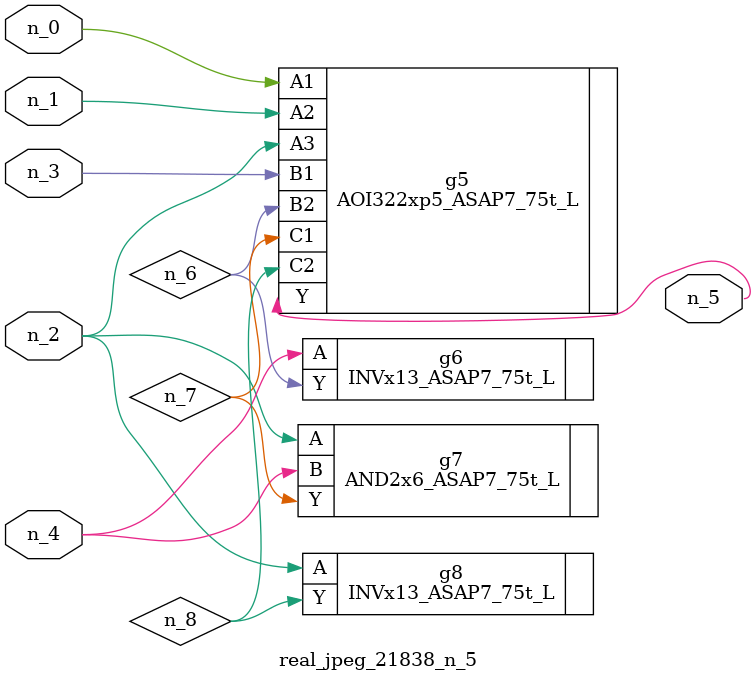
<source format=v>
module real_jpeg_21838_n_5 (n_4, n_0, n_1, n_2, n_3, n_5);

input n_4;
input n_0;
input n_1;
input n_2;
input n_3;

output n_5;

wire n_8;
wire n_6;
wire n_7;

AOI322xp5_ASAP7_75t_L g5 ( 
.A1(n_0),
.A2(n_1),
.A3(n_2),
.B1(n_3),
.B2(n_6),
.C1(n_7),
.C2(n_8),
.Y(n_5)
);

AND2x6_ASAP7_75t_L g7 ( 
.A(n_2),
.B(n_4),
.Y(n_7)
);

INVx13_ASAP7_75t_L g8 ( 
.A(n_2),
.Y(n_8)
);

INVx13_ASAP7_75t_L g6 ( 
.A(n_4),
.Y(n_6)
);


endmodule
</source>
